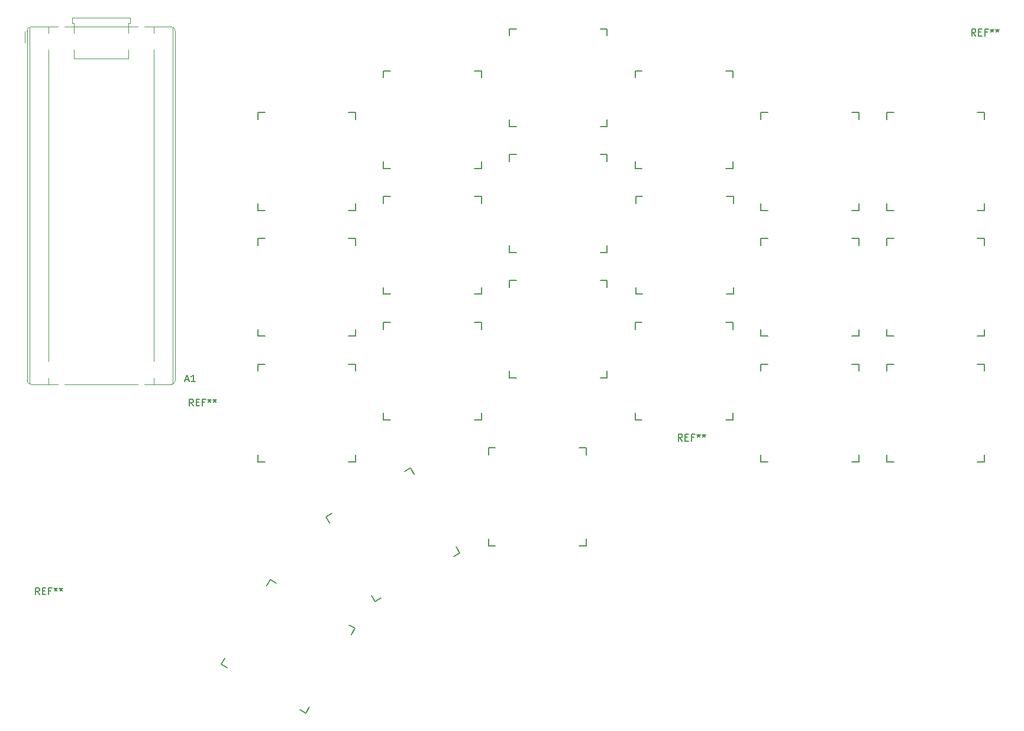
<source format=gto>
%TF.GenerationSoftware,KiCad,Pcbnew,9.0.4*%
%TF.CreationDate,2025-11-01T07:57:15+01:00*%
%TF.ProjectId,kbv3-right,6b627633-2d72-4696-9768-742e6b696361,rev?*%
%TF.SameCoordinates,Original*%
%TF.FileFunction,Legend,Top*%
%TF.FilePolarity,Positive*%
%FSLAX46Y46*%
G04 Gerber Fmt 4.6, Leading zero omitted, Abs format (unit mm)*
G04 Created by KiCad (PCBNEW 9.0.4) date 2025-11-01 07:57:15*
%MOMM*%
%LPD*%
G01*
G04 APERTURE LIST*
%ADD10C,0.150000*%
%ADD11C,0.120000*%
G04 APERTURE END LIST*
D10*
X137666666Y-121004819D02*
X137333333Y-120528628D01*
X137095238Y-121004819D02*
X137095238Y-120004819D01*
X137095238Y-120004819D02*
X137476190Y-120004819D01*
X137476190Y-120004819D02*
X137571428Y-120052438D01*
X137571428Y-120052438D02*
X137619047Y-120100057D01*
X137619047Y-120100057D02*
X137666666Y-120195295D01*
X137666666Y-120195295D02*
X137666666Y-120338152D01*
X137666666Y-120338152D02*
X137619047Y-120433390D01*
X137619047Y-120433390D02*
X137571428Y-120481009D01*
X137571428Y-120481009D02*
X137476190Y-120528628D01*
X137476190Y-120528628D02*
X137095238Y-120528628D01*
X138095238Y-120481009D02*
X138428571Y-120481009D01*
X138571428Y-121004819D02*
X138095238Y-121004819D01*
X138095238Y-121004819D02*
X138095238Y-120004819D01*
X138095238Y-120004819D02*
X138571428Y-120004819D01*
X139333333Y-120481009D02*
X139000000Y-120481009D01*
X139000000Y-121004819D02*
X139000000Y-120004819D01*
X139000000Y-120004819D02*
X139476190Y-120004819D01*
X140000000Y-120004819D02*
X140000000Y-120242914D01*
X139761905Y-120147676D02*
X140000000Y-120242914D01*
X140000000Y-120242914D02*
X140238095Y-120147676D01*
X139857143Y-120433390D02*
X140000000Y-120242914D01*
X140000000Y-120242914D02*
X140142857Y-120433390D01*
X140761905Y-120004819D02*
X140761905Y-120242914D01*
X140523810Y-120147676D02*
X140761905Y-120242914D01*
X140761905Y-120242914D02*
X141000000Y-120147676D01*
X140619048Y-120433390D02*
X140761905Y-120242914D01*
X140761905Y-120242914D02*
X140904762Y-120433390D01*
X67666666Y-116004819D02*
X67333333Y-115528628D01*
X67095238Y-116004819D02*
X67095238Y-115004819D01*
X67095238Y-115004819D02*
X67476190Y-115004819D01*
X67476190Y-115004819D02*
X67571428Y-115052438D01*
X67571428Y-115052438D02*
X67619047Y-115100057D01*
X67619047Y-115100057D02*
X67666666Y-115195295D01*
X67666666Y-115195295D02*
X67666666Y-115338152D01*
X67666666Y-115338152D02*
X67619047Y-115433390D01*
X67619047Y-115433390D02*
X67571428Y-115481009D01*
X67571428Y-115481009D02*
X67476190Y-115528628D01*
X67476190Y-115528628D02*
X67095238Y-115528628D01*
X68095238Y-115481009D02*
X68428571Y-115481009D01*
X68571428Y-116004819D02*
X68095238Y-116004819D01*
X68095238Y-116004819D02*
X68095238Y-115004819D01*
X68095238Y-115004819D02*
X68571428Y-115004819D01*
X69333333Y-115481009D02*
X69000000Y-115481009D01*
X69000000Y-116004819D02*
X69000000Y-115004819D01*
X69000000Y-115004819D02*
X69476190Y-115004819D01*
X70000000Y-115004819D02*
X70000000Y-115242914D01*
X69761905Y-115147676D02*
X70000000Y-115242914D01*
X70000000Y-115242914D02*
X70238095Y-115147676D01*
X69857143Y-115433390D02*
X70000000Y-115242914D01*
X70000000Y-115242914D02*
X70142857Y-115433390D01*
X70761905Y-115004819D02*
X70761905Y-115242914D01*
X70523810Y-115147676D02*
X70761905Y-115242914D01*
X70761905Y-115242914D02*
X71000000Y-115147676D01*
X70619048Y-115433390D02*
X70761905Y-115242914D01*
X70761905Y-115242914D02*
X70904762Y-115433390D01*
X179666666Y-63004819D02*
X179333333Y-62528628D01*
X179095238Y-63004819D02*
X179095238Y-62004819D01*
X179095238Y-62004819D02*
X179476190Y-62004819D01*
X179476190Y-62004819D02*
X179571428Y-62052438D01*
X179571428Y-62052438D02*
X179619047Y-62100057D01*
X179619047Y-62100057D02*
X179666666Y-62195295D01*
X179666666Y-62195295D02*
X179666666Y-62338152D01*
X179666666Y-62338152D02*
X179619047Y-62433390D01*
X179619047Y-62433390D02*
X179571428Y-62481009D01*
X179571428Y-62481009D02*
X179476190Y-62528628D01*
X179476190Y-62528628D02*
X179095238Y-62528628D01*
X180095238Y-62481009D02*
X180428571Y-62481009D01*
X180571428Y-63004819D02*
X180095238Y-63004819D01*
X180095238Y-63004819D02*
X180095238Y-62004819D01*
X180095238Y-62004819D02*
X180571428Y-62004819D01*
X181333333Y-62481009D02*
X181000000Y-62481009D01*
X181000000Y-63004819D02*
X181000000Y-62004819D01*
X181000000Y-62004819D02*
X181476190Y-62004819D01*
X182000000Y-62004819D02*
X182000000Y-62242914D01*
X181761905Y-62147676D02*
X182000000Y-62242914D01*
X182000000Y-62242914D02*
X182238095Y-62147676D01*
X181857143Y-62433390D02*
X182000000Y-62242914D01*
X182000000Y-62242914D02*
X182142857Y-62433390D01*
X182761905Y-62004819D02*
X182761905Y-62242914D01*
X182523810Y-62147676D02*
X182761905Y-62242914D01*
X182761905Y-62242914D02*
X183000000Y-62147676D01*
X182619048Y-62433390D02*
X182761905Y-62242914D01*
X182761905Y-62242914D02*
X182904762Y-62433390D01*
X66536660Y-112246604D02*
X67012850Y-112246604D01*
X66441422Y-112532319D02*
X66774755Y-111532319D01*
X66774755Y-111532319D02*
X67108088Y-112532319D01*
X67965231Y-112532319D02*
X67393803Y-112532319D01*
X67679517Y-112532319D02*
X67679517Y-111532319D01*
X67679517Y-111532319D02*
X67584279Y-111675176D01*
X67584279Y-111675176D02*
X67489041Y-111770414D01*
X67489041Y-111770414D02*
X67393803Y-111818033D01*
X45666666Y-143004819D02*
X45333333Y-142528628D01*
X45095238Y-143004819D02*
X45095238Y-142004819D01*
X45095238Y-142004819D02*
X45476190Y-142004819D01*
X45476190Y-142004819D02*
X45571428Y-142052438D01*
X45571428Y-142052438D02*
X45619047Y-142100057D01*
X45619047Y-142100057D02*
X45666666Y-142195295D01*
X45666666Y-142195295D02*
X45666666Y-142338152D01*
X45666666Y-142338152D02*
X45619047Y-142433390D01*
X45619047Y-142433390D02*
X45571428Y-142481009D01*
X45571428Y-142481009D02*
X45476190Y-142528628D01*
X45476190Y-142528628D02*
X45095238Y-142528628D01*
X46095238Y-142481009D02*
X46428571Y-142481009D01*
X46571428Y-143004819D02*
X46095238Y-143004819D01*
X46095238Y-143004819D02*
X46095238Y-142004819D01*
X46095238Y-142004819D02*
X46571428Y-142004819D01*
X47333333Y-142481009D02*
X47000000Y-142481009D01*
X47000000Y-143004819D02*
X47000000Y-142004819D01*
X47000000Y-142004819D02*
X47476190Y-142004819D01*
X48000000Y-142004819D02*
X48000000Y-142242914D01*
X47761905Y-142147676D02*
X48000000Y-142242914D01*
X48000000Y-142242914D02*
X48238095Y-142147676D01*
X47857143Y-142433390D02*
X48000000Y-142242914D01*
X48000000Y-142242914D02*
X48142857Y-142433390D01*
X48761905Y-142004819D02*
X48761905Y-142242914D01*
X48523810Y-142147676D02*
X48761905Y-142242914D01*
X48761905Y-142242914D02*
X49000000Y-142147676D01*
X48619048Y-142433390D02*
X48761905Y-142242914D01*
X48761905Y-142242914D02*
X48904762Y-142433390D01*
%TO.C,SW18*%
X112920000Y-99000000D02*
X112920000Y-98000000D01*
X112920000Y-112000000D02*
X112920000Y-111000000D01*
X112920000Y-112000000D02*
X113920000Y-112000000D01*
X113920000Y-98000000D02*
X112920000Y-98000000D01*
X125920000Y-112000000D02*
X126920000Y-112000000D01*
X126920000Y-98000000D02*
X125920000Y-98000000D01*
X126920000Y-98000000D02*
X126920000Y-99000000D01*
X126920000Y-111000000D02*
X126920000Y-112000000D01*
%TO.C,SW4*%
X112920000Y-63000000D02*
X112920000Y-62000000D01*
X112920000Y-76000000D02*
X112920000Y-75000000D01*
X112920000Y-76000000D02*
X113920000Y-76000000D01*
X113920000Y-62000000D02*
X112920000Y-62000000D01*
X125920000Y-76000000D02*
X126920000Y-76000000D01*
X126920000Y-62000000D02*
X125920000Y-62000000D01*
X126920000Y-62000000D02*
X126920000Y-63000000D01*
X126920000Y-75000000D02*
X126920000Y-76000000D01*
%TO.C,SW7*%
X166920000Y-93000000D02*
X166920000Y-92000000D01*
X166920000Y-106000000D02*
X166920000Y-105000000D01*
X166920000Y-106000000D02*
X167920000Y-106000000D01*
X167920000Y-92000000D02*
X166920000Y-92000000D01*
X179920000Y-106000000D02*
X180920000Y-106000000D01*
X180920000Y-92000000D02*
X179920000Y-92000000D01*
X180920000Y-92000000D02*
X180920000Y-93000000D01*
X180920000Y-105000000D02*
X180920000Y-106000000D01*
%TO.C,SW19*%
X130920000Y-105000000D02*
X130920000Y-104000000D01*
X130920000Y-118000000D02*
X130920000Y-117000000D01*
X130920000Y-118000000D02*
X131920000Y-118000000D01*
X131920000Y-104000000D02*
X130920000Y-104000000D01*
X143920000Y-118000000D02*
X144920000Y-118000000D01*
X144920000Y-104000000D02*
X143920000Y-104000000D01*
X144920000Y-104000000D02*
X144920000Y-105000000D01*
X144920000Y-117000000D02*
X144920000Y-118000000D01*
%TO.C,SW9*%
X131000000Y-87000000D02*
X131000000Y-86000000D01*
X131000000Y-100000000D02*
X131000000Y-99000000D01*
X131000000Y-100000000D02*
X132000000Y-100000000D01*
X132000000Y-86000000D02*
X131000000Y-86000000D01*
X144000000Y-100000000D02*
X145000000Y-100000000D01*
X145000000Y-86000000D02*
X144000000Y-86000000D01*
X145000000Y-86000000D02*
X145000000Y-87000000D01*
X145000000Y-99000000D02*
X145000000Y-100000000D01*
%TO.C,SW6*%
X76920000Y-75000000D02*
X76920000Y-74000000D01*
X76920000Y-88000000D02*
X76920000Y-87000000D01*
X76920000Y-88000000D02*
X77920000Y-88000000D01*
X77920000Y-74000000D02*
X76920000Y-74000000D01*
X89920000Y-88000000D02*
X90920000Y-88000000D01*
X90920000Y-74000000D02*
X89920000Y-74000000D01*
X90920000Y-74000000D02*
X90920000Y-75000000D01*
X90920000Y-87000000D02*
X90920000Y-88000000D01*
%TO.C,SW3*%
X130920000Y-69000000D02*
X130920000Y-68000000D01*
X130920000Y-82000000D02*
X130920000Y-81000000D01*
X130920000Y-82000000D02*
X131920000Y-82000000D01*
X131920000Y-68000000D02*
X130920000Y-68000000D01*
X143920000Y-82000000D02*
X144920000Y-82000000D01*
X144920000Y-68000000D02*
X143920000Y-68000000D01*
X144920000Y-68000000D02*
X144920000Y-69000000D01*
X144920000Y-81000000D02*
X144920000Y-82000000D01*
%TO.C,SW1*%
X166920000Y-75000000D02*
X166920000Y-74000000D01*
X166920000Y-88000000D02*
X166920000Y-87000000D01*
X166920000Y-88000000D02*
X167920000Y-88000000D01*
X167920000Y-74000000D02*
X166920000Y-74000000D01*
X179920000Y-88000000D02*
X180920000Y-88000000D01*
X180920000Y-74000000D02*
X179920000Y-74000000D01*
X180920000Y-74000000D02*
X180920000Y-75000000D01*
X180920000Y-87000000D02*
X180920000Y-88000000D01*
%TO.C,SW15*%
X109920000Y-123000000D02*
X109920000Y-122000000D01*
X109920000Y-136000000D02*
X109920000Y-135000000D01*
X109920000Y-136000000D02*
X110920000Y-136000000D01*
X110920000Y-122000000D02*
X109920000Y-122000000D01*
X122920000Y-136000000D02*
X123920000Y-136000000D01*
X123920000Y-122000000D02*
X122920000Y-122000000D01*
X123920000Y-122000000D02*
X123920000Y-123000000D01*
X123920000Y-135000000D02*
X123920000Y-136000000D01*
%TO.C,SW10*%
X112920000Y-81000000D02*
X112920000Y-80000000D01*
X112920000Y-94000000D02*
X112920000Y-93000000D01*
X112920000Y-94000000D02*
X113920000Y-94000000D01*
X113920000Y-80000000D02*
X112920000Y-80000000D01*
X125920000Y-94000000D02*
X126920000Y-94000000D01*
X126920000Y-80000000D02*
X125920000Y-80000000D01*
X126920000Y-80000000D02*
X126920000Y-81000000D01*
X126920000Y-93000000D02*
X126920000Y-94000000D01*
D11*
%TO.C,A1*%
X43570000Y-63982500D02*
X43570000Y-62382500D01*
X43890000Y-62312500D02*
X43890000Y-112312500D01*
X44230000Y-61765500D02*
X44230000Y-112859500D01*
X44500000Y-61702500D02*
X46990000Y-61702500D01*
X44500000Y-112922500D02*
X48337939Y-112922500D01*
X46990000Y-61702500D02*
X46990000Y-62616020D01*
X46990000Y-61702500D02*
X48337940Y-61702500D01*
X46990000Y-65008980D02*
X46990000Y-109616020D01*
X46990000Y-112008980D02*
X46990000Y-112922500D01*
X49262061Y-61702500D02*
X50265000Y-61702500D01*
X50265000Y-61702500D02*
X58735000Y-61702500D01*
X50390000Y-60402500D02*
X50390000Y-61222500D01*
X50390000Y-60402500D02*
X58610000Y-60402500D01*
X50390000Y-61222500D02*
X50600000Y-61222500D01*
X50600000Y-61222500D02*
X50600000Y-62618500D01*
X50600000Y-65006500D02*
X50600000Y-66222500D01*
X50900000Y-112922500D02*
X49262061Y-112922500D01*
X58100000Y-112922500D02*
X50900000Y-112922500D01*
X58400000Y-61222500D02*
X58400000Y-62618500D01*
X58400000Y-65006500D02*
X58400000Y-66222500D01*
X58400000Y-66222500D02*
X50600000Y-66222500D01*
X58610000Y-60402500D02*
X58610000Y-61222500D01*
X58610000Y-61222500D02*
X58400000Y-61222500D01*
X58735000Y-61702500D02*
X59737939Y-61702500D01*
X59737939Y-112922500D02*
X58100000Y-112922500D01*
X60662061Y-61702500D02*
X62010000Y-61702500D01*
X60662061Y-112922500D02*
X64500000Y-112922500D01*
X62010000Y-61702500D02*
X62010000Y-62616020D01*
X62010000Y-65008980D02*
X62010000Y-109616020D01*
X62010000Y-112008980D02*
X62010000Y-112922500D01*
X64500000Y-61702500D02*
X62010000Y-61702500D01*
X64770000Y-112859500D02*
X64770000Y-61765500D01*
X65110000Y-62312500D02*
X65110000Y-112312500D01*
X43890000Y-62312500D02*
G75*
G02*
X44500000Y-61702500I610000J0D01*
G01*
X44500000Y-112922500D02*
G75*
G02*
X43890000Y-112312500I-99J609901D01*
G01*
X64500000Y-61702500D02*
G75*
G02*
X65110000Y-62312500I0J-610000D01*
G01*
X65110000Y-112312500D02*
G75*
G02*
X64500000Y-112922500I-610000J0D01*
G01*
D10*
%TO.C,SW21*%
X166920000Y-111000000D02*
X166920000Y-110000000D01*
X166920000Y-124000000D02*
X166920000Y-123000000D01*
X166920000Y-124000000D02*
X167920000Y-124000000D01*
X167920000Y-110000000D02*
X166920000Y-110000000D01*
X179920000Y-124000000D02*
X180920000Y-124000000D01*
X180920000Y-110000000D02*
X179920000Y-110000000D01*
X180920000Y-110000000D02*
X180920000Y-111000000D01*
X180920000Y-123000000D02*
X180920000Y-124000000D01*
%TO.C,SW2*%
X148920000Y-75000000D02*
X148920000Y-74000000D01*
X148920000Y-88000000D02*
X148920000Y-87000000D01*
X148920000Y-88000000D02*
X149920000Y-88000000D01*
X149920000Y-74000000D02*
X148920000Y-74000000D01*
X161920000Y-88000000D02*
X162920000Y-88000000D01*
X162920000Y-74000000D02*
X161920000Y-74000000D01*
X162920000Y-74000000D02*
X162920000Y-75000000D01*
X162920000Y-87000000D02*
X162920000Y-88000000D01*
%TO.C,SW12*%
X76920000Y-93000000D02*
X76920000Y-92000000D01*
X76920000Y-106000000D02*
X76920000Y-105000000D01*
X76920000Y-106000000D02*
X77920000Y-106000000D01*
X77920000Y-92000000D02*
X76920000Y-92000000D01*
X89920000Y-106000000D02*
X90920000Y-106000000D01*
X90920000Y-92000000D02*
X89920000Y-92000000D01*
X90920000Y-92000000D02*
X90920000Y-93000000D01*
X90920000Y-105000000D02*
X90920000Y-106000000D01*
%TO.C,SW16*%
X76920000Y-111000000D02*
X76920000Y-110000000D01*
X76920000Y-124000000D02*
X76920000Y-123000000D01*
X76920000Y-124000000D02*
X77920000Y-124000000D01*
X77920000Y-110000000D02*
X76920000Y-110000000D01*
X89920000Y-124000000D02*
X90920000Y-124000000D01*
X90920000Y-110000000D02*
X89920000Y-110000000D01*
X90920000Y-110000000D02*
X90920000Y-111000000D01*
X90920000Y-123000000D02*
X90920000Y-124000000D01*
%TO.C,SW20*%
X148920000Y-111000000D02*
X148920000Y-110000000D01*
X148920000Y-124000000D02*
X148920000Y-123000000D01*
X148920000Y-124000000D02*
X149920000Y-124000000D01*
X149920000Y-110000000D02*
X148920000Y-110000000D01*
X161920000Y-124000000D02*
X162920000Y-124000000D01*
X162920000Y-110000000D02*
X161920000Y-110000000D01*
X162920000Y-110000000D02*
X162920000Y-111000000D01*
X162920000Y-123000000D02*
X162920000Y-124000000D01*
%TO.C,SW14*%
X87178413Y-132753848D02*
X86678413Y-131887822D01*
X87544439Y-131387822D02*
X86678413Y-131887822D01*
X93678413Y-144012178D02*
X93178413Y-143146152D01*
X93678413Y-144012178D02*
X94544439Y-143512178D01*
X98802769Y-124887822D02*
X97936743Y-125387822D01*
X98802769Y-124887822D02*
X99302769Y-125753848D01*
X104936743Y-137512178D02*
X105802769Y-137012178D01*
X105302769Y-136146152D02*
X105802769Y-137012178D01*
%TO.C,SW5*%
X94920000Y-69000000D02*
X94920000Y-68000000D01*
X94920000Y-82000000D02*
X94920000Y-81000000D01*
X94920000Y-82000000D02*
X95920000Y-82000000D01*
X95920000Y-68000000D02*
X94920000Y-68000000D01*
X107920000Y-82000000D02*
X108920000Y-82000000D01*
X108920000Y-68000000D02*
X107920000Y-68000000D01*
X108920000Y-68000000D02*
X108920000Y-69000000D01*
X108920000Y-81000000D02*
X108920000Y-82000000D01*
%TO.C,SW17*%
X94920000Y-105000000D02*
X94920000Y-104000000D01*
X94920000Y-118000000D02*
X94920000Y-117000000D01*
X94920000Y-118000000D02*
X95920000Y-118000000D01*
X95920000Y-104000000D02*
X94920000Y-104000000D01*
X107920000Y-118000000D02*
X108920000Y-118000000D01*
X108920000Y-104000000D02*
X107920000Y-104000000D01*
X108920000Y-104000000D02*
X108920000Y-105000000D01*
X108920000Y-117000000D02*
X108920000Y-118000000D01*
%TO.C,SW13*%
X72197822Y-152095561D02*
X71697822Y-152961587D01*
X72563848Y-153461587D02*
X71697822Y-152961587D01*
X78697822Y-140837231D02*
X78197822Y-141703257D01*
X78697822Y-140837231D02*
X79563848Y-141337231D01*
X83822178Y-159961587D02*
X82956152Y-159461587D01*
X83822178Y-159961587D02*
X84322178Y-159095561D01*
X89956152Y-147337231D02*
X90822178Y-147837231D01*
X90322178Y-148703257D02*
X90822178Y-147837231D01*
%TO.C,SW8*%
X148920000Y-93000000D02*
X148920000Y-92000000D01*
X148920000Y-106000000D02*
X148920000Y-105000000D01*
X148920000Y-106000000D02*
X149920000Y-106000000D01*
X149920000Y-92000000D02*
X148920000Y-92000000D01*
X161920000Y-106000000D02*
X162920000Y-106000000D01*
X162920000Y-92000000D02*
X161920000Y-92000000D01*
X162920000Y-92000000D02*
X162920000Y-93000000D01*
X162920000Y-105000000D02*
X162920000Y-106000000D01*
%TO.C,SW11*%
X94920000Y-87000000D02*
X94920000Y-86000000D01*
X94920000Y-100000000D02*
X94920000Y-99000000D01*
X94920000Y-100000000D02*
X95920000Y-100000000D01*
X95920000Y-86000000D02*
X94920000Y-86000000D01*
X107920000Y-100000000D02*
X108920000Y-100000000D01*
X108920000Y-86000000D02*
X107920000Y-86000000D01*
X108920000Y-86000000D02*
X108920000Y-87000000D01*
X108920000Y-99000000D02*
X108920000Y-100000000D01*
%TD*%
M02*

</source>
